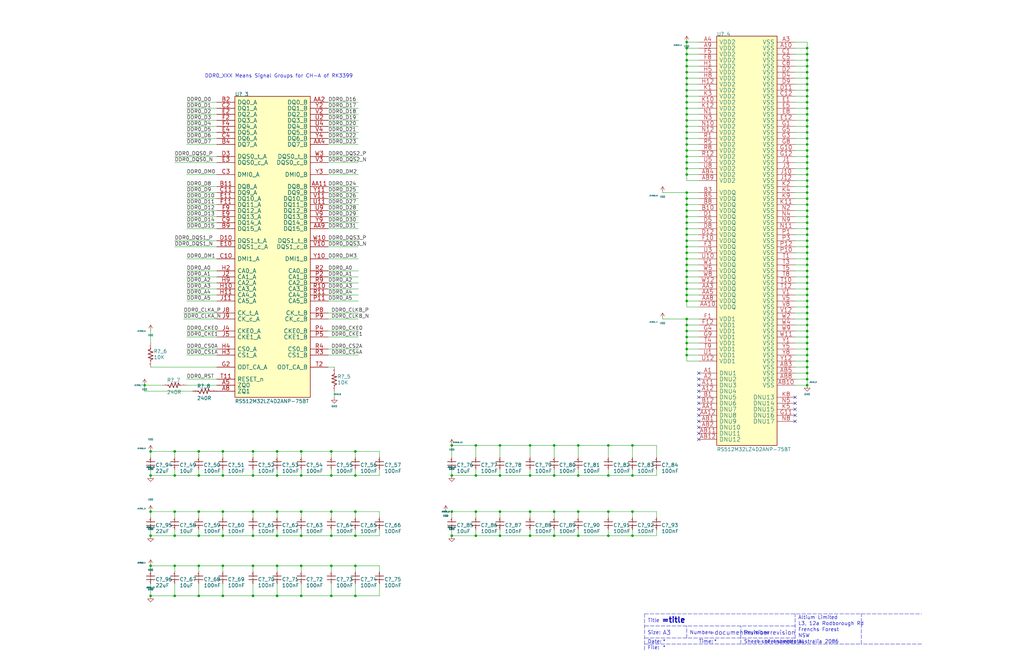
<source format=kicad_sch>
(kicad_sch (version 20211123) (generator eeschema)
  (paper "B")
  (title_block (title "Sheet2-SchDoc") (date "14 03 2023"))
  (junction (at 340.36 43.18))
  (junction (at 289.56 50.8))
  (junction (at 340.36 88.9))
  (junction (at 289.56 93.98))
  (junction (at 340.36 144.78))
  (junction (at 289.56 119.38))
  (junction (at 340.36 154.94))
  (junction (at 256.54 200.66))
  (junction (at 139.7 200.66))
  (junction (at 289.56 71.12))
  (junction (at 289.56 45.72))
  (junction (at 289.56 144.78))
  (junction (at 289.56 127))
  (junction (at 289.56 25.4))
  (junction (at 289.56 22.86))
  (junction (at 73.66 200.66))
  (junction (at 73.66 238.76))
  (junction (at 289.56 48.26))
  (junction (at 340.36 78.74))
  (junction (at 243.84 215.9))
  (junction (at 340.36 137.16))
  (junction (at 289.56 60.96))
  (junction (at 93.98 238.76))
  (junction (at 289.56 81.28))
  (junction (at 190.5 187.96))
  (junction (at 340.36 50.8))
  (junction (at 116.84 238.76))
  (junction (at 93.98 215.9))
  (junction (at 139.7 190.5))
  (junction (at 340.36 104.14))
  (junction (at 340.36 160.02))
  (junction (at 289.56 35.56))
  (junction (at 289.56 142.24))
  (junction (at 266.7 226.06))
  (junction (at 116.84 200.66))
  (junction (at 340.36 35.56))
  (junction (at 93.98 200.66))
  (junction (at 233.68 215.9))
  (junction (at 223.52 200.66))
  (junction (at 127 215.9))
  (junction (at 289.56 91.44))
  (junction (at 139.7 215.9))
  (junction (at 149.86 251.46))
  (junction (at 340.36 30.48))
  (junction (at 106.68 215.9))
  (junction (at 340.36 68.58))
  (junction (at 289.56 124.46))
  (junction (at 106.68 200.66))
  (junction (at 210.82 187.96))
  (junction (at 340.36 33.02))
  (junction (at 289.56 83.82))
  (junction (at 340.36 20.32))
  (junction (at 210.82 200.66))
  (junction (at 289.56 27.94))
  (junction (at 200.66 226.06))
  (junction (at 340.36 45.72))
  (junction (at 289.56 149.86))
  (junction (at 289.56 109.22))
  (junction (at 340.36 93.98))
  (junction (at 340.36 40.64))
  (junction (at 73.66 215.9))
  (junction (at 73.66 226.06))
  (junction (at 149.86 215.9))
  (junction (at 106.68 238.76))
  (junction (at 289.56 137.16))
  (junction (at 106.68 226.06))
  (junction (at 289.56 17.78))
  (junction (at 289.56 43.18))
  (junction (at 83.82 226.06))
  (junction (at 83.82 200.66))
  (junction (at 60.96 162.56))
  (junction (at 83.82 238.76))
  (junction (at 200.66 187.96))
  (junction (at 340.36 142.24))
  (junction (at 127 200.66))
  (junction (at 127 238.76))
  (junction (at 93.98 226.06))
  (junction (at 223.52 226.06))
  (junction (at 233.68 200.66))
  (junction (at 340.36 96.52))
  (junction (at 289.56 121.92))
  (junction (at 289.56 55.88))
  (junction (at 116.84 251.46))
  (junction (at 256.54 226.06))
  (junction (at 210.82 226.06))
  (junction (at 73.66 251.46))
  (junction (at 289.56 111.76))
  (junction (at 340.36 99.06))
  (junction (at 289.56 116.84))
  (junction (at 266.7 200.66))
  (junction (at 139.7 251.46))
  (junction (at 127 251.46))
  (junction (at 190.5 226.06))
  (junction (at 340.36 157.48))
  (junction (at 256.54 187.96))
  (junction (at 116.84 226.06))
  (junction (at 289.56 58.42))
  (junction (at 340.36 91.44))
  (junction (at 149.86 226.06))
  (junction (at 289.56 106.68))
  (junction (at 63.5 200.66))
  (junction (at 139.7 238.76))
  (junction (at 340.36 60.96))
  (junction (at 63.5 190.5))
  (junction (at 340.36 83.82))
  (junction (at 93.98 251.46))
  (junction (at 149.86 238.76))
  (junction (at 289.56 114.3))
  (junction (at 289.56 33.02))
  (junction (at 243.84 226.06))
  (junction (at 340.36 73.66))
  (junction (at 243.84 187.96))
  (junction (at 340.36 48.26))
  (junction (at 289.56 96.52))
  (junction (at 139.7 226.06))
  (junction (at 106.68 251.46))
  (junction (at 289.56 40.64))
  (junction (at 289.56 139.7))
  (junction (at 340.36 81.28))
  (junction (at 340.36 109.22))
  (junction (at 340.36 134.62))
  (junction (at 233.68 187.96))
  (junction (at 210.82 215.9))
  (junction (at 83.82 190.5))
  (junction (at 243.84 200.66))
  (junction (at 256.54 215.9))
  (junction (at 116.84 190.5))
  (junction (at 289.56 104.14))
  (junction (at 340.36 124.46))
  (junction (at 289.56 101.6))
  (junction (at 340.36 129.54))
  (junction (at 266.7 215.9))
  (junction (at 149.86 190.5))
  (junction (at 340.36 116.84))
  (junction (at 289.56 68.58))
  (junction (at 340.36 114.3))
  (junction (at 340.36 25.4))
  (junction (at 340.36 132.08))
  (junction (at 63.5 226.06))
  (junction (at 106.68 190.5))
  (junction (at 340.36 63.5))
  (junction (at 190.5 200.66))
  (junction (at 93.98 190.5))
  (junction (at 289.56 66.04))
  (junction (at 340.36 27.94))
  (junction (at 340.36 139.7))
  (junction (at 340.36 71.12))
  (junction (at 289.56 38.1))
  (junction (at 200.66 200.66))
  (junction (at 149.86 200.66))
  (junction (at 340.36 152.4))
  (junction (at 223.52 215.9))
  (junction (at 233.68 226.06))
  (junction (at 73.66 190.5))
  (junction (at 200.66 215.9))
  (junction (at 289.56 73.66))
  (junction (at 340.36 38.1))
  (junction (at 63.5 238.76))
  (junction (at 340.36 162.56))
  (junction (at 340.36 76.2))
  (junction (at 289.56 30.48))
  (junction (at 340.36 106.68))
  (junction (at 190.5 215.9))
  (junction (at 340.36 22.86))
  (junction (at 289.56 53.34))
  (junction (at 63.5 251.46))
  (junction (at 340.36 111.76))
  (junction (at 266.7 187.96))
  (junction (at 340.36 121.92))
  (junction (at 127 226.06))
  (junction (at 289.56 88.9))
  (junction (at 340.36 66.04))
  (junction (at 340.36 101.6))
  (junction (at 340.36 86.36))
  (junction (at 340.36 127))
  (junction (at 116.84 215.9))
  (junction (at 340.36 119.38))
  (junction (at 340.36 149.86))
  (junction (at 289.56 20.32))
  (junction (at 340.36 58.42))
  (junction (at 289.56 134.62))
  (junction (at 289.56 99.06))
  (junction (at 223.52 187.96))
  (junction (at 289.56 63.5))
  (junction (at 63.5 215.9))
  (junction (at 127 190.5))
  (junction (at 340.36 147.32))
  (junction (at 83.82 251.46))
  (junction (at 83.82 215.9))
  (junction (at 340.36 53.34))
  (junction (at 289.56 86.36))
  (junction (at 340.36 55.88))
  (junction (at 289.56 147.32))
  (no_connect (at 294.64 180.34))
  (no_connect (at 335.28 172.72))
  (no_connect (at 294.64 160.02))
  (no_connect (at 294.64 157.48))
  (no_connect (at 335.28 170.18))
  (no_connect (at 294.64 170.18))
  (no_connect (at 294.64 185.42))
  (no_connect (at 294.64 172.72))
  (no_connect (at 294.64 177.8))
  (no_connect (at 294.64 165.1))
  (no_connect (at 294.64 167.64))
  (no_connect (at 335.28 177.8))
  (no_connect (at 294.64 175.26))
  (no_connect (at 335.28 175.26))
  (no_connect (at 335.28 167.64))
  (no_connect (at 294.64 182.88))
  (no_connect (at 294.64 162.56))
  (wire (pts (xy 340.36 71.12) (xy 340.36 68.58)))
  (wire (pts (xy 63.5 226.06) (xy 63.5 223.52)))
  (wire (pts (xy 276.86 218.44) (xy 276.86 215.9)))
  (wire (pts (xy 138.43 86.36) (xy 151.13 86.36)))
  (wire (pts (xy 276.86 215.9) (xy 266.7 215.9)))
  (wire (pts (xy 294.64 55.88) (xy 289.56 55.88)))
  (wire (pts (xy 223.52 218.44) (xy 223.52 215.9)))
  (wire (pts (xy 78.74 50.8) (xy 91.44 50.8)))
  (wire (pts (xy 73.66 101.6) (xy 91.44 101.6)))
  (wire (pts (xy 335.28 121.92) (xy 340.36 121.92)))
  (wire (pts (xy 340.36 63.5) (xy 340.36 60.96)))
  (wire (pts (xy 243.84 215.9) (xy 233.68 215.9)))
  (wire (pts (xy 335.28 76.2) (xy 340.36 76.2)))
  (wire (pts (xy 83.82 215.9) (xy 73.66 215.9)))
  (wire (pts (xy 160.02 251.46) (xy 149.86 251.46)))
  (wire (pts (xy 294.64 152.4) (xy 289.56 152.4)))
  (wire (pts (xy 335.28 101.6) (xy 340.36 101.6)))
  (wire (pts (xy 138.43 132.08) (xy 151.13 132.08)))
  (wire (pts (xy 289.56 53.34) (xy 289.56 50.8)))
  (wire (pts (xy 78.74 149.86) (xy 91.44 149.86)))
  (wire (pts (xy 78.74 53.34) (xy 91.44 53.34)))
  (wire (pts (xy 266.7 198.12) (xy 266.7 200.66)))
  (wire (pts (xy 83.82 190.5) (xy 73.66 190.5)))
  (wire (pts (xy 340.36 111.76) (xy 340.36 109.22)))
  (wire (pts (xy 116.84 246.38) (xy 116.84 251.46)))
  (wire (pts (xy 223.52 198.12) (xy 223.52 200.66)))
  (wire (pts (xy 73.66 200.66) (xy 63.5 200.66)))
  (wire (pts (xy 77.47 132.08) (xy 91.44 132.08)))
  (wire (pts (xy 340.36 83.82) (xy 340.36 81.28)))
  (wire (pts (xy 139.7 223.52) (xy 139.7 226.06)))
  (wire (pts (xy 294.64 109.22) (xy 289.56 109.22)))
  (wire (pts (xy 78.74 160.02) (xy 91.44 160.02)))
  (wire (pts (xy 149.86 200.66) (xy 139.7 200.66)))
  (wire (pts (xy 127 223.52) (xy 127 226.06)))
  (wire (pts (xy 294.64 149.86) (xy 289.56 149.86)))
  (wire (pts (xy 210.82 200.66) (xy 200.66 200.66)))
  (wire (pts (xy 340.36 114.3) (xy 340.36 111.76)))
  (wire (pts (xy 340.36 99.06) (xy 340.36 96.52)))
  (wire (pts (xy 210.82 198.12) (xy 210.82 200.66)))
  (polyline (pts (xy 388.62 271.78) (xy 363.22 271.78)))
  (wire (pts (xy 139.7 246.38) (xy 139.7 251.46)))
  (wire (pts (xy 200.66 215.9) (xy 190.5 215.9)))
  (wire (pts (xy 138.43 93.98) (xy 151.13 93.98)))
  (wire (pts (xy 139.7 241.3) (xy 139.7 238.76)))
  (wire (pts (xy 266.7 187.96) (xy 256.54 187.96)))
  (wire (pts (xy 289.56 93.98) (xy 289.56 91.44)))
  (wire (pts (xy 63.5 200.66) (xy 63.5 198.12)))
  (wire (pts (xy 294.64 30.48) (xy 289.56 30.48)))
  (wire (pts (xy 335.28 127) (xy 340.36 127)))
  (wire (pts (xy 335.28 160.02) (xy 340.36 160.02)))
  (wire (pts (xy 289.56 149.86) (xy 289.56 147.32)))
  (wire (pts (xy 139.7 200.66) (xy 127 200.66)))
  (wire (pts (xy 200.66 193.04) (xy 200.66 187.96)))
  (wire (pts (xy 340.36 66.04) (xy 340.36 63.5)))
  (wire (pts (xy 78.74 127) (xy 91.44 127)))
  (wire (pts (xy 83.82 241.3) (xy 83.82 238.76)))
  (wire (pts (xy 335.28 104.14) (xy 340.36 104.14)))
  (polyline (pts (xy 271.78 271.78) (xy 363.22 271.78)))
  (polyline (pts (xy 335.28 271.78) (xy 335.28 259.08)))
  (wire (pts (xy 127 190.5) (xy 116.84 190.5)))
  (wire (pts (xy 289.56 25.4) (xy 289.56 22.86)))
  (wire (pts (xy 138.43 96.52) (xy 151.13 96.52)))
  (wire (pts (xy 289.56 83.82) (xy 289.56 81.28)))
  (wire (pts (xy 340.36 17.78) (xy 335.28 17.78)))
  (wire (pts (xy 149.86 241.3) (xy 149.86 238.76)))
  (wire (pts (xy 68.58 162.56) (xy 60.96 162.56)))
  (wire (pts (xy 190.5 226.06) (xy 190.5 223.52)))
  (wire (pts (xy 78.74 109.22) (xy 91.44 109.22)))
  (wire (pts (xy 294.64 66.04) (xy 289.56 66.04)))
  (wire (pts (xy 289.56 142.24) (xy 289.56 139.7)))
  (wire (pts (xy 335.28 111.76) (xy 340.36 111.76)))
  (wire (pts (xy 116.84 193.04) (xy 116.84 190.5)))
  (wire (pts (xy 335.28 38.1) (xy 340.36 38.1)))
  (polyline (pts (xy 289.56 269.24) (xy 289.56 264.16)))
  (wire (pts (xy 160.02 223.52) (xy 160.02 226.06)))
  (wire (pts (xy 138.43 147.32) (xy 151.13 147.32)))
  (wire (pts (xy 73.66 246.38) (xy 73.66 251.46)))
  (wire (pts (xy 340.36 81.28) (xy 340.36 78.74)))
  (wire (pts (xy 335.28 30.48) (xy 340.36 30.48)))
  (wire (pts (xy 160.02 246.38) (xy 160.02 251.46)))
  (wire (pts (xy 340.36 58.42) (xy 340.36 55.88)))
  (wire (pts (xy 138.43 45.72) (xy 151.13 45.72)))
  (wire (pts (xy 289.56 99.06) (xy 289.56 96.52)))
  (wire (pts (xy 289.56 45.72) (xy 289.56 43.18)))
  (wire (pts (xy 335.28 81.28) (xy 340.36 81.28)))
  (wire (pts (xy 340.36 124.46) (xy 340.36 121.92)))
  (wire (pts (xy 335.28 55.88) (xy 340.36 55.88)))
  (wire (pts (xy 294.64 71.12) (xy 289.56 71.12)))
  (wire (pts (xy 83.82 226.06) (xy 73.66 226.06)))
  (wire (pts (xy 73.66 193.04) (xy 73.66 190.5)))
  (wire (pts (xy 294.64 22.86) (xy 289.56 22.86)))
  (wire (pts (xy 149.86 223.52) (xy 149.86 226.06)))
  (wire (pts (xy 294.64 91.44) (xy 289.56 91.44)))
  (wire (pts (xy 289.56 68.58) (xy 289.56 66.04)))
  (wire (pts (xy 160.02 200.66) (xy 149.86 200.66)))
  (wire (pts (xy 190.5 218.44) (xy 190.5 215.9)))
  (wire (pts (xy 289.56 124.46) (xy 289.56 121.92)))
  (wire (pts (xy 83.82 218.44) (xy 83.82 215.9)))
  (wire (pts (xy 78.74 45.72) (xy 91.44 45.72)))
  (wire (pts (xy 78.74 78.74) (xy 91.44 78.74)))
  (wire (pts (xy 340.36 104.14) (xy 340.36 101.6)))
  (wire (pts (xy 289.56 50.8) (xy 289.56 48.26)))
  (wire (pts (xy 78.74 60.96) (xy 91.44 60.96)))
  (wire (pts (xy 160.02 238.76) (xy 149.86 238.76)))
  (wire (pts (xy 138.43 81.28) (xy 151.13 81.28)))
  (wire (pts (xy 63.5 144.78) (xy 63.5 139.7)))
  (wire (pts (xy 138.43 91.44) (xy 151.13 91.44)))
  (wire (pts (xy 106.68 193.04) (xy 106.68 190.5)))
  (wire (pts (xy 149.86 193.04) (xy 149.86 190.5)))
  (wire (pts (xy 340.36 35.56) (xy 340.36 33.02)))
  (wire (pts (xy 289.56 106.68) (xy 289.56 104.14)))
  (wire (pts (xy 127 193.04) (xy 127 190.5)))
  (wire (pts (xy 139.7 218.44) (xy 139.7 215.9)))
  (wire (pts (xy 340.36 93.98) (xy 340.36 91.44)))
  (wire (pts (xy 294.64 93.98) (xy 289.56 93.98)))
  (wire (pts (xy 276.86 200.66) (xy 266.7 200.66)))
  (wire (pts (xy 294.64 76.2) (xy 289.56 76.2)))
  (wire (pts (xy 78.74 162.56) (xy 91.44 162.56)))
  (wire (pts (xy 233.68 215.9) (xy 223.52 215.9)))
  (wire (pts (xy 294.64 114.3) (xy 289.56 114.3)))
  (wire (pts (xy 289.56 76.2) (xy 289.56 73.66)))
  (wire (pts (xy 294.64 144.78) (xy 289.56 144.78)))
  (wire (pts (xy 335.28 114.3) (xy 340.36 114.3)))
  (wire (pts (xy 340.36 55.88) (xy 340.36 53.34)))
  (wire (pts (xy 289.56 144.78) (xy 289.56 142.24)))
  (wire (pts (xy 276.86 226.06) (xy 266.7 226.06)))
  (wire (pts (xy 190.5 200.66) (xy 190.5 198.12)))
  (wire (pts (xy 335.28 27.94) (xy 340.36 27.94)))
  (wire (pts (xy 335.28 43.18) (xy 340.36 43.18)))
  (wire (pts (xy 106.68 190.5) (xy 93.98 190.5)))
  (wire (pts (xy 335.28 40.64) (xy 340.36 40.64)))
  (wire (pts (xy 78.74 124.46) (xy 91.44 124.46)))
  (wire (pts (xy 335.28 50.8) (xy 340.36 50.8)))
  (wire (pts (xy 210.82 226.06) (xy 200.66 226.06)))
  (wire (pts (xy 289.56 38.1) (xy 289.56 35.56)))
  (wire (pts (xy 335.28 25.4) (xy 340.36 25.4)))
  (wire (pts (xy 289.56 127) (xy 289.56 124.46)))
  (wire (pts (xy 266.7 226.06) (xy 256.54 226.06)))
  (wire (pts (xy 243.84 187.96) (xy 233.68 187.96)))
  (wire (pts (xy 294.64 33.02) (xy 289.56 33.02)))
  (wire (pts (xy 149.86 251.46) (xy 139.7 251.46)))
  (wire (pts (xy 289.56 121.92) (xy 289.56 119.38)))
  (wire (pts (xy 138.43 101.6) (xy 151.13 101.6)))
  (wire (pts (xy 63.5 238.76) (xy 63.5 241.3)))
  (wire (pts (xy 335.28 139.7) (xy 340.36 139.7)))
  (wire (pts (xy 335.28 132.08) (xy 340.36 132.08)))
  (wire (pts (xy 243.84 218.44) (xy 243.84 215.9)))
  (wire (pts (xy 340.36 157.48) (xy 340.36 154.94)))
  (wire (pts (xy 289.56 91.44) (xy 289.56 88.9)))
  (wire (pts (xy 63.5 251.46) (xy 63.5 246.38)))
  (wire (pts (xy 340.36 45.72) (xy 340.36 43.18)))
  (wire (pts (xy 289.56 60.96) (xy 289.56 58.42)))
  (wire (pts (xy 335.28 68.58) (xy 340.36 68.58)))
  (wire (pts (xy 83.82 246.38) (xy 83.82 251.46)))
  (wire (pts (xy 335.28 20.32) (xy 340.36 20.32)))
  (wire (pts (xy 60.96 165.1) (xy 81.28 165.1)))
  (wire (pts (xy 294.64 43.18) (xy 289.56 43.18)))
  (wire (pts (xy 93.98 251.46) (xy 83.82 251.46)))
  (wire (pts (xy 116.84 251.46) (xy 106.68 251.46)))
  (wire (pts (xy 93.98 241.3) (xy 93.98 238.76)))
  (wire (pts (xy 340.36 149.86) (xy 340.36 147.32)))
  (wire (pts (xy 289.56 66.04) (xy 289.56 63.5)))
  (wire (pts (xy 289.56 27.94) (xy 289.56 25.4)))
  (wire (pts (xy 106.68 241.3) (xy 106.68 238.76)))
  (wire (pts (xy 340.36 73.66) (xy 340.36 71.12)))
  (wire (pts (xy 289.56 114.3) (xy 289.56 111.76)))
  (wire (pts (xy 160.02 218.44) (xy 160.02 215.9)))
  (wire (pts (xy 127 226.06) (xy 116.84 226.06)))
  (wire (pts (xy 294.64 40.64) (xy 289.56 40.64)))
  (wire (pts (xy 223.52 226.06) (xy 210.82 226.06)))
  (wire (pts (xy 138.43 68.58) (xy 151.13 68.58)))
  (wire (pts (xy 340.36 119.38) (xy 340.36 116.84)))
  (wire (pts (xy 340.36 137.16) (xy 340.36 134.62)))
  (wire (pts (xy 149.86 198.12) (xy 149.86 200.66)))
  (wire (pts (xy 116.84 198.12) (xy 116.84 200.66)))
  (wire (pts (xy 335.28 162.56) (xy 340.36 162.56)))
  (wire (pts (xy 223.52 193.04) (xy 223.52 187.96)))
  (wire (pts (xy 340.36 48.26) (xy 340.36 45.72)))
  (wire (pts (xy 340.36 96.52) (xy 340.36 93.98)))
  (wire (pts (xy 340.36 86.36) (xy 340.36 83.82)))
  (wire (pts (xy 340.36 40.64) (xy 340.36 38.1)))
  (wire (pts (xy 340.36 144.78) (xy 340.36 142.24)))
  (wire (pts (xy 138.43 60.96) (xy 151.13 60.96)))
  (wire (pts (xy 139.7 251.46) (xy 127 251.46)))
  (wire (pts (xy 335.28 86.36) (xy 340.36 86.36)))
  (wire (pts (xy 335.28 152.4) (xy 340.36 152.4)))
  (wire (pts (xy 93.98 190.5) (xy 83.82 190.5)))
  (wire (pts (xy 127 246.38) (xy 127 251.46)))
  (wire (pts (xy 276.86 193.04) (xy 276.86 187.96)))
  (wire (pts (xy 160.02 226.06) (xy 149.86 226.06)))
  (wire (pts (xy 256.54 193.04) (xy 256.54 187.96)))
  (wire (pts (xy 127 215.9) (xy 116.84 215.9)))
  (wire (pts (xy 138.43 119.38) (xy 151.13 119.38)))
  (wire (pts (xy 93.98 193.04) (xy 93.98 190.5)))
  (wire (pts (xy 138.43 116.84) (xy 151.13 116.84)))
  (wire (pts (xy 138.43 139.7) (xy 151.13 139.7)))
  (wire (pts (xy 289.56 35.56) (xy 289.56 33.02)))
  (wire (pts (xy 139.7 190.5) (xy 127 190.5)))
  (wire (pts (xy 138.43 83.82) (xy 151.13 83.82)))
  (wire (pts (xy 106.68 226.06) (xy 93.98 226.06)))
  (wire (pts (xy 335.28 71.12) (xy 340.36 71.12)))
  (wire (pts (xy 138.43 127) (xy 151.13 127)))
  (wire (pts (xy 294.64 121.92) (xy 289.56 121.92)))
  (wire (pts (xy 210.82 193.04) (xy 210.82 187.96)))
  (wire (pts (xy 190.5 215.9) (xy 187.96 215.9)))
  (wire (pts (xy 294.64 58.42) (xy 289.56 58.42)))
  (wire (pts (xy 289.56 40.64) (xy 289.56 38.1)))
  (wire (pts (xy 127 218.44) (xy 127 215.9)))
  (wire (pts (xy 78.74 116.84) (xy 91.44 116.84)))
  (wire (pts (xy 149.86 246.38) (xy 149.86 251.46)))
  (wire (pts (xy 138.43 73.66) (xy 151.13 73.66)))
  (wire (pts (xy 335.28 35.56) (xy 340.36 35.56)))
  (wire (pts (xy 340.36 76.2) (xy 340.36 73.66)))
  (wire (pts (xy 210.82 215.9) (xy 200.66 215.9)))
  (wire (pts (xy 294.64 137.16) (xy 289.56 137.16)))
  (wire (pts (xy 160.02 190.5) (xy 149.86 190.5)))
  (wire (pts (xy 340.36 20.32) (xy 340.36 17.78)))
  (wire (pts (xy 294.64 48.26) (xy 289.56 48.26)))
  (wire (pts (xy 335.28 134.62) (xy 340.36 134.62)))
  (wire (pts (xy 116.84 226.06) (xy 106.68 226.06)))
  (wire (pts (xy 289.56 86.36) (xy 289.56 83.82)))
  (wire (pts (xy 223.52 223.52) (xy 223.52 226.06)))
  (wire (pts (xy 116.84 200.66) (xy 106.68 200.66)))
  (wire (pts (xy 256.54 223.52) (xy 256.54 226.06)))
  (wire (pts (xy 256.54 198.12) (xy 256.54 200.66)))
  (wire (pts (xy 340.36 147.32) (xy 340.36 144.78)))
  (wire (pts (xy 340.36 116.84) (xy 340.36 114.3)))
  (wire (pts (xy 294.64 53.34) (xy 289.56 53.34)))
  (wire (pts (xy 233.68 198.12) (xy 233.68 200.66)))
  (wire (pts (xy 294.64 25.4) (xy 289.56 25.4)))
  (wire (pts (xy 294.64 63.5) (xy 289.56 63.5)))
  (wire (pts (xy 78.74 142.24) (xy 91.44 142.24)))
  (wire (pts (xy 335.28 96.52) (xy 340.36 96.52)))
  (wire (pts (xy 289.56 129.54) (xy 289.56 127)))
  (wire (pts (xy 335.28 154.94) (xy 340.36 154.94)))
  (wire (pts (xy 335.28 48.26) (xy 340.36 48.26)))
  (wire (pts (xy 78.74 58.42) (xy 91.44 58.42)))
  (wire (pts (xy 340.36 152.4) (xy 340.36 149.86)))
  (wire (pts (xy 289.56 101.6) (xy 289.56 99.06)))
  (wire (pts (xy 149.86 238.76) (xy 139.7 238.76)))
  (wire (pts (xy 289.56 20.32) (xy 289.56 17.78)))
  (wire (pts (xy 78.74 86.36) (xy 91.44 86.36)))
  (wire (pts (xy 93.98 223.52) (xy 93.98 226.06)))
  (wire (pts (xy 78.74 91.44) (xy 91.44 91.44)))
  (wire (pts (xy 340.36 78.74) (xy 340.36 76.2)))
  (wire (pts (xy 83.82 238.76) (xy 73.66 238.76)))
  (wire (pts (xy 160.02 198.12) (xy 160.02 200.66)))
  (polyline (pts (xy 363.22 271.78) (xy 363.22 259.08)))
  (wire (pts (xy 294.64 35.56) (xy 289.56 35.56)))
  (wire (pts (xy 340.36 154.94) (xy 340.36 152.4)))
  (wire (pts (xy 294.64 129.54) (xy 289.56 129.54)))
  (wire (pts (xy 233.68 193.04) (xy 233.68 187.96)))
  (wire (pts (xy 138.43 104.14) (xy 151.13 104.14)))
  (wire (pts (xy 223.52 215.9) (xy 210.82 215.9)))
  (wire (pts (xy 335.28 58.42) (xy 340.36 58.42)))
  (wire (pts (xy 210.82 187.96) (xy 200.66 187.96)))
  (wire (pts (xy 335.28 116.84) (xy 340.36 116.84)))
  (wire (pts (xy 138.43 109.22) (xy 151.13 109.22)))
  (wire (pts (xy 276.86 198.12) (xy 276.86 200.66)))
  (wire (pts (xy 256.54 226.06) (xy 243.84 226.06)))
  (wire (pts (xy 160.02 241.3) (xy 160.02 238.76)))
  (wire (pts (xy 335.28 142.24) (xy 340.36 142.24)))
  (wire (pts (xy 289.56 119.38) (xy 289.56 116.84)))
  (wire (pts (xy 106.68 251.46) (xy 93.98 251.46)))
  (wire (pts (xy 340.36 38.1) (xy 340.36 35.56)))
  (wire (pts (xy 294.64 127) (xy 289.56 127)))
  (wire (pts (xy 340.36 160.02) (xy 340.36 157.48)))
  (wire (pts (xy 93.98 218.44) (xy 93.98 215.9)))
  (wire (pts (xy 340.36 60.96) (xy 340.36 58.42)))
  (wire (pts (xy 340.36 25.4) (xy 340.36 22.86)))
  (wire (pts (xy 93.98 246.38) (xy 93.98 251.46)))
  (wire (pts (xy 294.64 73.66) (xy 289.56 73.66)))
  (wire (pts (xy 106.68 215.9) (xy 93.98 215.9)))
  (wire (pts (xy 210.82 218.44) (xy 210.82 215.9)))
  (wire (pts (xy 289.56 134.62) (xy 279.4 134.62)))
  (wire (pts (xy 289.56 104.14) (xy 289.56 101.6)))
  (wire (pts (xy 256.54 200.66) (xy 243.84 200.66)))
  (wire (pts (xy 116.84 223.52) (xy 116.84 226.06)))
  (wire (pts (xy 289.56 81.28) (xy 294.64 81.28)))
  (wire (pts (xy 223.52 200.66) (xy 210.82 200.66)))
  (wire (pts (xy 83.82 200.66) (xy 73.66 200.66)))
  (wire (pts (xy 289.56 88.9) (xy 289.56 86.36)))
  (wire (pts (xy 138.43 124.46) (xy 151.13 124.46)))
  (wire (pts (xy 289.56 30.48) (xy 289.56 27.94)))
  (wire (pts (xy 73.66 198.12) (xy 73.66 200.66)))
  (wire (pts (xy 233.68 187.96) (xy 223.52 187.96)))
  (wire (pts (xy 340.36 43.18) (xy 340.36 40.64)))
  (wire (pts (xy 138.43 48.26) (xy 151.13 48.26)))
  (wire (pts (xy 266.7 223.52) (xy 266.7 226.06)))
  (wire (pts (xy 73.66 238.76) (xy 63.5 238.76)))
  (wire (pts (xy 289.56 109.22) (xy 289.56 106.68)))
  (wire (pts (xy 340.36 162.56) (xy 340.36 160.02)))
  (wire (pts (xy 340.36 132.08) (xy 340.36 129.54)))
  (wire (pts (xy 78.74 114.3) (xy 91.44 114.3)))
  (wire (pts (xy 335.28 91.44) (xy 340.36 91.44)))
  (wire (pts (xy 335.28 63.5) (xy 340.36 63.5)))
  (wire (pts (xy 266.7 200.66) (xy 256.54 200.66)))
  (wire (pts (xy 63.5 215.9) (xy 63.5 218.44)))
  (polyline (pts (xy 335.28 269.24) (xy 271.78 269.24)))
  (wire (pts (xy 73.66 251.46) (xy 63.5 251.46)))
  (wire (pts (xy 160.02 215.9) (xy 149.86 215.9)))
  (wire (pts (xy 294.64 27.94) (xy 289.56 27.94)))
  (wire (pts (xy 200.66 218.44) (xy 200.66 215.9)))
  (wire (pts (xy 335.28 99.06) (xy 340.36 99.06)))
  (wire (pts (xy 335.28 109.22) (xy 340.36 109.22)))
  (wire (pts (xy 73.66 215.9) (xy 63.5 215.9)))
  (wire (pts (xy 78.74 83.82) (xy 91.44 83.82)))
  (wire (pts (xy 340.36 109.22) (xy 340.36 106.68)))
  (wire (pts (xy 335.28 83.82) (xy 340.36 83.82)))
  (wire (pts (xy 294.64 111.76) (xy 289.56 111.76)))
  (wire (pts (xy 335.28 73.66) (xy 340.36 73.66)))
  (wire (pts (xy 335.28 157.48) (xy 340.36 157.48)))
  (wire (pts (xy 243.84 226.06) (xy 233.68 226.06)))
  (wire (pts (xy 138.43 149.86) (xy 151.13 149.86)))
  (polyline (pts (xy 271.78 259.08) (xy 363.22 259.08)))
  (wire (pts (xy 340.36 22.86) (xy 340.36 20.32)))
  (wire (pts (xy 289.56 139.7) (xy 289.56 137.16)))
  (wire (pts (xy 340.36 68.58) (xy 340.36 66.04)))
  (wire (pts (xy 138.43 53.34) (xy 151.13 53.34)))
  (wire (pts (xy 233.68 200.66) (xy 223.52 200.66)))
  (wire (pts (xy 289.56 152.4) (xy 289.56 149.86)))
  (wire (pts (xy 276.86 223.52) (xy 276.86 226.06)))
  (wire (pts (xy 106.68 246.38) (xy 106.68 251.46)))
  (wire (pts (xy 93.98 238.76) (xy 83.82 238.76)))
  (wire (pts (xy 340.36 27.94) (xy 340.36 25.4)))
  (wire (pts (xy 149.86 190.5) (xy 139.7 190.5)))
  (wire (pts (xy 294.64 119.38) (xy 289.56 119.38)))
  (wire (pts (xy 78.74 121.92) (xy 91.44 121.92)))
  (wire (pts (xy 200.66 226.06) (xy 190.5 226.06)))
  (wire (pts (xy 340.36 142.24) (xy 340.36 139.7)))
  (wire (pts (xy 116.84 215.9) (xy 106.68 215.9)))
  (wire (pts (xy 138.43 55.88) (xy 151.13 55.88)))
  (wire (pts (xy 149.86 226.06) (xy 139.7 226.06)))
  (wire (pts (xy 335.28 119.38) (xy 340.36 119.38)))
  (wire (pts (xy 340.36 139.7) (xy 340.36 137.16)))
  (wire (pts (xy 73.66 104.14) (xy 91.44 104.14)))
  (wire (pts (xy 340.36 106.68) (xy 340.36 104.14)))
  (wire (pts (xy 73.66 66.04) (xy 91.44 66.04)))
  (wire (pts (xy 294.64 20.32) (xy 289.56 20.32)))
  (wire (pts (xy 78.74 73.66) (xy 91.44 73.66)))
  (wire (pts (xy 139.7 198.12) (xy 139.7 200.66)))
  (wire (pts (xy 266.7 215.9) (xy 256.54 215.9)))
  (wire (pts (xy 127 241.3) (xy 127 238.76)))
  (wire (pts (xy 294.64 38.1) (xy 289.56 38.1)))
  (wire (pts (xy 289.56 58.42) (xy 289.56 55.88)))
  (wire (pts (xy 335.28 22.86) (xy 340.36 22.86)))
  (wire (pts (xy 73.66 68.58) (xy 91.44 68.58)))
  (wire (pts (xy 294.64 106.68) (xy 289.56 106.68)))
  (wire (pts (xy 138.43 78.74) (xy 151.13 78.74)))
  (wire (pts (xy 127 238.76) (xy 116.84 238.76)))
  (wire (pts (xy 335.28 33.02) (xy 340.36 33.02)))
  (wire (pts (xy 139.7 238.76) (xy 127 238.76)))
  (wire (pts (xy 340.36 50.8) (xy 340.36 48.26)))
  (polyline (pts (xy 363.22 259.08) (xy 388.62 259.08)))
  (wire (pts (xy 289.56 71.12) (xy 289.56 68.58)))
  (wire (pts (xy 289.56 137.16) (xy 289.56 134.62)))
  (polyline (pts (xy 271.78 274.32) (xy 271.78 259.08)))
  (wire (pts (xy 335.28 137.16) (xy 340.36 137.16)))
  (wire (pts (xy 78.74 43.18) (xy 91.44 43.18)))
  (wire (pts (xy 289.56 33.02) (xy 289.56 30.48)))
  (wire (pts (xy 289.56 147.32) (xy 289.56 144.78)))
  (wire (pts (xy 200.66 198.12) (xy 200.66 200.66)))
  (wire (pts (xy 160.02 193.04) (xy 160.02 190.5)))
  (wire (pts (xy 138.43 154.94) (xy 140.97 154.94)))
  (wire (pts (xy 106.68 218.44) (xy 106.68 215.9)))
  (polyline (pts (xy 335.28 264.16) (xy 271.78 264.16)))
  (wire (pts (xy 340.36 121.92) (xy 340.36 119.38)))
  (wire (pts (xy 335.28 144.78) (xy 340.36 144.78)))
  (wire (pts (xy 289.56 116.84) (xy 289.56 114.3)))
  (wire (pts (xy 256.54 215.9) (xy 243.84 215.9)))
  (wire (pts (xy 243.84 200.66) (xy 233.68 200.66)))
  (wire (pts (xy 289.56 55.88) (xy 289.56 53.34)))
  (wire (pts (xy 78.74 119.38) (xy 91.44 119.38)))
  (wire (pts (xy 289.56 48.26) (xy 289.56 45.72)))
  (wire (pts (xy 60.96 162.56) (xy 60.96 165.1)))
  (wire (pts (xy 294.64 86.36) (xy 289.56 86.36)))
  (wire (pts (xy 200.66 200.66) (xy 190.5 200.66)))
  (wire (pts (xy 294.64 116.84) (xy 289.56 116.84)))
  (wire (pts (xy 340.36 134.62) (xy 340.36 132.08)))
  (wire (pts (xy 233.68 218.44) (xy 233.68 215.9)))
  (wire (pts (xy 279.4 81.28) (xy 289.56 81.28)))
  (wire (pts (xy 340.36 33.02) (xy 340.36 30.48)))
  (wire (pts (xy 73.66 226.06) (xy 63.5 226.06)))
  (wire (pts (xy 340.36 91.44) (xy 340.36 88.9)))
  (wire (pts (xy 335.28 147.32) (xy 340.36 147.32)))
  (wire (pts (xy 276.86 187.96) (xy 266.7 187.96)))
  (wire (pts (xy 243.84 193.04) (xy 243.84 187.96)))
  (wire (pts (xy 335.28 88.9) (xy 340.36 88.9)))
  (wire (pts (xy 340.36 30.48) (xy 340.36 27.94)))
  (wire (pts (xy 78.74 93.98) (xy 91.44 93.98)))
  (wire (pts (xy 77.47 134.62) (xy 91.44 134.62)))
  (wire (pts (xy 106.68 198.12) (xy 106.68 200.66)))
  (wire (pts (xy 127 251.46) (xy 116.84 251.46)))
  (wire (pts (xy 294.64 99.06) (xy 289.56 99.06)))
  (wire (pts (xy 73.66 218.44) (xy 73.66 215.9)))
  (wire (pts (xy 294.64 147.32) (xy 289.56 147.32)))
  (wire (pts (xy 294.64 83.82) (xy 289.56 83.82)))
  (polyline (pts (xy 312.42 271.78) (xy 312.42 264.16)))
  (wire (pts (xy 335.28 53.34) (xy 340.36 53.34)))
  (wire (pts (xy 93.98 198.12) (xy 93.98 200.66)))
  (wire (pts (xy 335.28 106.68) (xy 340.36 106.68)))
  (wire (pts (xy 138.43 114.3) (xy 151.13 114.3)))
  (wire (pts (xy 340.36 53.34) (xy 340.36 50.8)))
  (wire (pts (xy 335.28 60.96) (xy 340.36 60.96)))
  (wire (pts (xy 138.43 58.42) (xy 151.13 58.42)))
  (wire (pts (xy 78.74 48.26) (xy 91.44 48.26)))
  (wire (pts (xy 73.66 241.3) (xy 73.66 238.76)))
  (wire (pts (xy 340.36 129.54) (xy 340.36 127)))
  (wire (pts (xy 289.56 111.76) (xy 289.56 109.22)))
  (wire (pts (xy 210.82 223.52) (xy 210.82 226.06)))
  (wire (pts (xy 93.98 215.9) (xy 83.82 215.9)))
  (wire (pts (xy 340.36 88.9) (xy 340.36 86.36)))
  (wire (pts (xy 106.68 223.52) (xy 106.68 226.06)))
  (wire (pts (xy 294.64 124.46) (xy 289.56 124.46)))
  (wire (pts (xy 83.82 223.52) (xy 83.82 226.06)))
  (wire (pts (xy 78.74 147.32) (xy 91.44 147.32)))
  (wire (pts (xy 294.64 142.24) (xy 289.56 142.24)))
  (wire (pts (xy 335.28 45.72) (xy 340.36 45.72)))
  (wire (pts (xy 78.74 88.9) (xy 91.44 88.9)))
  (wire (pts (xy 243.84 223.52) (xy 243.84 226.06)))
  (wire (pts (xy 78.74 55.88) (xy 91.44 55.88)))
  (wire (pts (xy 243.84 198.12) (xy 243.84 200.66)))
  (wire (pts (xy 83.82 251.46) (xy 73.66 251.46)))
  (wire (pts (xy 335.28 129.54) (xy 340.36 129.54)))
  (wire (pts (xy 139.7 215.9) (xy 127 215.9)))
  (wire (pts (xy 93.98 200.66) (xy 83.82 200.66)))
  (wire (pts (xy 294.64 139.7) (xy 289.56 139.7)))
  (wire (pts (xy 106.68 200.66) (xy 93.98 200.66)))
  (wire (pts (xy 116.84 190.5) (xy 106.68 190.5)))
  (wire (pts (xy 289.56 63.5) (xy 289.56 60.96)))
  (wire (pts (xy 139.7 226.06) (xy 127 226.06)))
  (wire (pts (xy 138.43 66.04) (xy 151.13 66.04)))
  (wire (pts (xy 289.56 22.86) (xy 289.56 20.32)))
  (wire (pts (xy 266.7 218.44) (xy 266.7 215.9)))
  (wire (pts (xy 127 200.66) (xy 116.84 200.66)))
  (wire (pts (xy 233.68 223.52) (xy 233.68 226.06)))
  (wire (pts (xy 127 198.12) (xy 127 200.66)))
  (wire (pts (xy 233.68 226.06) (xy 223.52 226.06)))
  (wire (pts (xy 78.74 139.7) (xy 91.44 139.7)))
  (wire (pts (xy 116.84 241.3) (xy 116.84 238.76)))
  (wire (pts (xy 138.43 50.8) (xy 151.13 50.8)))
  (wire (pts (xy 256.54 187.96) (xy 243.84 187.96)))
  (wire (pts (xy 294.64 104.14) (xy 289.56 104.14)))
  (wire (pts (xy 294.64 96.52) (xy 289.56 96.52)))
  (wire (pts (xy 93.98 226.06) (xy 83.82 226.06)))
  (wire (pts (xy 138.43 121.92) (xy 151.13 121.92)))
  (wire (pts (xy 289.56 43.18) (xy 289.56 40.64)))
  (wire (pts (xy 335.28 93.98) (xy 340.36 93.98)))
  (wire (pts (xy 266.7 193.04) (xy 266.7 187.96)))
  (wire (pts (xy 294.64 45.72) (xy 289.56 45.72)))
  (wire (pts (xy 294.64 60.96) (xy 289.56 60.96)))
  (wire (pts (xy 106.68 238.76) (xy 93.98 238.76)))
  (wire (pts (xy 83.82 193.04) (xy 83.82 190.5)))
  (wire (pts (xy 63.5 190.5) (xy 63.5 193.04)))
  (wire (pts (xy 340.36 127) (xy 340.36 124.46)))
  (wire (pts (xy 335.28 66.04) (xy 340.36 66.04)))
  (wire (pts (xy 190.5 187.96) (xy 190.5 193.04)))
  (wire (pts (xy 294.64 50.8) (xy 289.56 50.8)))
  (wire (pts (xy 335.28 78.74) (xy 340.36 78.74)))
  (wire (pts (xy 340.36 101.6) (xy 340.36 99.06)))
  (wire (pts (xy 149.86 218.44) (xy 149.86 215.9)))
  (wire (pts (xy 116.84 238.76) (xy 106.68 238.76)))
  (wire (pts (xy 140.97 165.1) (xy 140.97 167.64)))
  (wire (pts (xy 256.54 218.44) (xy 256.54 215.9)))
  (wire (pts (xy 289.56 73.66) (xy 289.56 71.12)))
  (wire (pts (xy 138.43 134.62) (xy 151.13 134.62)))
  (wire (pts (xy 139.7 193.04) (xy 139.7 190.5)))
  (wire (pts (xy 73.66 190.5) (xy 63.5 190.5)))
  (wire (pts (xy 294.64 101.6) (xy 289.56 101.6)))
  (wire (pts (xy 91.44 154.94) (xy 63.5 154.94)))
  (wire (pts (xy 138.43 142.24) (xy 151.13 142.24)))
  (wire (pts (xy 294.64 68.58) (xy 289.56 68.58)))
  (wire (pts (xy 289.56 96.52) (xy 289.56 93.98)))
  (wire (pts (xy 78.74 81.28) (xy 91.44 81.28)))
  (wire (pts (xy 149.86 215.9) (xy 139.7 215.9)))
  (wire (pts (xy 294.64 88.9) (xy 289.56 88.9)))
  (wire (pts (xy 73.66 223.52) (xy 73.66 226.06)))
  (wire (pts (xy 335.28 124.46) (xy 340.36 124.46)))
  (wire (pts (xy 223.52 187.96) (xy 210.82 187.96)))
  (wire (pts (xy 289.56 17.78) (xy 294.64 17.78)))
  (wire (pts (xy 289.56 134.62) (xy 294.64 134.62)))
  (wire (pts (xy 138.43 88.9) (xy 151.13 88.9)))
  (wire (pts (xy 116.84 218.44) (xy 116.84 215.9)))
  (wire (pts (xy 200.66 223.52) (xy 200.66 226.06)))
  (wire (pts (xy 138.43 43.18) (xy 151.13 43.18)))
  (wire (pts (xy 83.82 198.12) (xy 83.82 200.66)))
  (wire (pts (xy 335.28 149.86) (xy 340.36 149.86)))
  (wire (pts (xy 200.66 187.96) (xy 190.5 187.96)))
  (wire (pts (xy 78.74 96.52) (xy 91.44 96.52)))
  (text "of" (at 322.326 271.78 0) (effects (font (size 1.524 1.524)) (justify left bottom)))
  (text "Time:" (at 294.64 271.78 0) (effects (font (size 1.524 1.524)) (justify left bottom)))
  (text "NSW" (at 336.55 269.24 0) (effects (font (size 1.524 1.524)) (justify left bottom)))
  (text "L3, 12a Rodborough Rd" (at 336.55 264.16 0) (effects (font (size 1.524 1.524)) (justify left bottom)))
  (text "A3" (at 279.4 268.224 0) (effects (font (size 1.8288 1.8288)) (justify left bottom)))
  (text "=sheettotal" (at 325.628 271.78 0) (effects (font (size 1.524 1.524)) (justify left bottom)))
  (text "Title" (at 273.05 262.89 0) (effects (font (size 1.524 1.524)) (justify left bottom)))
  (text "=sheetnumber" (at 319.024 271.78 0) (effects (font (size 1.524 1.524)) (justify left bottom)))
  (text "=documentnumber" (at 298.958 268.224 0) (effects (font (size 1.8288 1.8288)) (justify left bottom)))
  (text "Revision:" (at 313.69 267.97 0) (effects (font (size 1.524 1.524)) (justify left bottom)))
  (text "Frenchs Forest" (at 336.55 266.7 0) (effects (font (size 1.524 1.524)) (justify left bottom)))
  (text "=title" (at 278.892 263.144 0) (effects (font (size 2.286 2.286) (thickness 0.4572) bold) (justify left bottom)))
  (text "Sheet" (at 313.69 271.78 0) (effects (font (size 1.524 1.524)) (justify left bottom)))
  (text "Australia 2086" (at 336.55 271.78 0) (effects (font (size 1.524 1.524)) (justify left bottom)))
  (text "Date:" (at 273.05 271.78 0) (effects (font (size 1.524 1.524)) (justify left bottom)))
  (text "Altium Limited" (at 336.55 261.62 0) (effects (font (size 1.524 1.524)) (justify left bottom)))
  (text "*" (at 279.4 271.78 0) (effects (font (size 1.524 1.524)) (justify left bottom)))
  (text "Number:" (at 290.83 267.97 0) (effects (font (size 1.524 1.524)) (justify left bottom)))
  (text "DDR0_XXX Means Signal Groups for CH-A of RK3399" (at 86.36 33.02 0) (effects (font (size 1.524 1.524)) (justify left bottom)))
  (text "File:" (at 273.05 274.32 0) (effects (font (size 1.524 1.524)) (justify left bottom)))
  (text "*" (at 279.4 274.32 0) (effects (font (size 1.524 1.524)) (justify left bottom)))
  (text "=revision" (at 322.326 268.224 0) (effects (font (size 1.8288 1.8288)) (justify left bottom)))
  (text "Size:" (at 273.05 267.97 0) (effects (font (size 1.524 1.524)) (justify left bottom)))
  (text "*" (at 300.99 271.78 0) (effects (font (size 1.524 1.524)) (justify left bottom)))
  (label "DDR0_D23" (at 138.43 60.96 0) (effects (font (size 1.524 1.524))))
  (label "DDR0_D14" (at 78.74 93.98 0) (effects (font (size 1.524 1.524))))
  (label "DDR0_D28" (at 138.43 88.9 0) (effects (font (size 1.524 1.524))))
  (label "DDR0_A2" (at 138.43 119.38 0) (effects (font (size 1.524 1.524))))
  (label "DDR0_DQS2_N" (at 138.43 68.58 0) (effects (font (size 1.524 1.524))))
  (label "DDR0_D20" (at 138.43 53.34 0) (effects (font (size 1.524 1.524))))
  (label "DDR0_DM3" (at 138.43 109.22 0) (effects (font (size 1.524 1.524))))
  (label "DDR0_A3" (at 138.43 121.92 0) (effects (font (size 1.524 1.524))))
  (label "DDR0_A4" (at 138.43 124.46 0) (effects (font (size 1.524 1.524))))
  (label "DDR0_CKE1" (at 78.74 142.24 0) (effects (font (size 1.524 1.524))))
  (label "DDR0_A1" (at 78.74 116.84 0) (effects (font (size 1.524 1.524))))
  (label "DDR0_CS1A" (at 78.74 149.86 0) (effects (font (size 1.524 1.524))))
  (label "DDR0_D15" (at 78.74 96.52 0) (effects (font (size 1.524 1.524))))
  (label "DDR0_D22" (at 138.43 58.42 0) (effects (font (size 1.524 1.524))))
  (label "DDR0_D13" (at 78.74 91.44 0) (effects (font (size 1.524 1.524))))
  (label "DDR0_A0" (at 78.74 114.3 0) (effects (font (size 1.524 1.524))))
  (label "DDR0_CLKB_N" (at 139.7 134.62 0) (effects (font (size 1.524 1.524))))
  (label "DDR0_A4" (at 78.74 124.46 0) (effects (font (size 1.524 1.524))))
  (label "DDR0_CKE0" (at 78.74 139.7 0) (effects (font (size 1.524 1.524))))
  (label "DDR0_D17" (at 138.43 45.72 0) (effects (font (size 1.524 1.524))))
  (label "DDR0_DQS0_P" (at 73.66 66.04 0) (effects (font (size 1.524 1.524))))
  (label "DDR0_CS2A" (at 139.7 147.32 0) (effects (font (size 1.524 1.524))))
  (label "DDR0_D4" (at 78.74 53.34 0) (effects (font (size 1.524 1.524))))
  (label "DDR0_A2" (at 78.74 119.38 0) (effects (font (size 1.524 1.524))))
  (label "DDR0_CKE0" (at 139.7 139.7 0) (effects (font (size 1.524 1.524))))
  (label "DDR0_D8" (at 78.74 78.74 0) (effects (font (size 1.524 1.524))))
  (label "DDR0_A0" (at 138.43 114.3 0) (effects (font (size 1.524 1.524))))
  (label "DDR0_D10" (at 78.74 83.82 0) (effects (font (size 1.524 1.524))))
  (label "DDR0_D26" (at 138.43 83.82 0) (effects (font (size 1.524 1.524))))
  (label "DDR0_D12" (at 78.74 88.9 0) (effects (font (size 1.524 1.524))))
  (label "DDR0_DQS2_P" (at 138.43 66.04 0) (effects (font (size 1.524 1.524))))
  (label "DDR0_DQS3_P" (at 138.43 101.6 0) (effects (font (size 1.524 1.524))))
  (label "DDR0_CLKA_N" (at 77.47 134.62 0) (effects (font (size 1.524 1.524))))
  (label "DDR0_D24" (at 138.43 78.74 0) (effects (font (size 1.524 1.524))))
  (label "DDR0_D1" (at 78.74 45.72 0) (effects (font (size 1.524 1.524))))
  (label "DDR0_CLKB_P" (at 139.7 132.08 0) (effects (font (size 1.524 1.524))))
  (label "DDR0_D19" (at 138.43 50.8 0) (effects (font (size 1.524 1.524))))
  (label "DDR0_RST" (at 78.74 160.02 0) (effects (font (size 1.524 1.524))))
  (label "DDR0_D25" (at 138.43 81.28 0) (effects (font (size 1.524 1.524))))
  (label "DDR0_CS4A" (at 139.7 149.86 0) (effects (font (size 1.524 1.524))))
  (label "DDR0_D7" (at 78.74 60.96 0) (effects (font (size 1.524 1.524))))
  (label "DDR0_D29" (at 138.43 91.44 0) (effects (font (size 1.524 1.524))))
  (label "DDR0_CLKA_P" (at 77.47 132.08 0) (effects (font (size 1.524 1.524))))
  (label "DDR0_D6" (at 78.74 58.42 0) (effects (font (size 1.524 1.524))))
  (label "DDR0_DM1" (at 78.74 109.22 0) (effects (font (size 1.524 1.524))))
  (label "DDR0_D21" (at 138.43 55.88 0) (effects (font (size 1.524 1.524))))
  (label "DDR0_D27" (at 138.43 86.36 0) (effects (font (size 1.524 1.524))))
  (label "DDR0_D30" (at 138.43 93.98 0) (effects (font (size 1.524 1.524))))
  (label "DDR0_CKE1" (at 139.7 142.24 0) (effects (font (size 1.524 1.524))))
  (label "DDR0_DQS0_N" (at 73.66 68.58 0) (effects (font (size 1.524 1.524))))
  (label "DDR0_D5" (at 78.74 55.88 0) (effects (font (size 1.524 1.524))))
  (label "DDR0_A5" (at 78.74 127 0) (effects (font (size 1.524 1.524))))
  (label "DDR0_D3" (at 78.74 50.8 0) (effects (font (size 1.524 1.524))))
  (label "DDR0_D18" (at 138.43 48.26 0) (effects (font (size 1.524 1.524))))
  (label "DDR0_A5" (at 138.43 127 0) (effects (font (size 1.524 1.524))))
  (label "DDR0_A3" (at 78.74 121.92 0) (effects (font (size 1.524 1.524))))
  (label "DDR0_DM0" (at 78.74 73.66 0) (effects (font (size 1.524 1.524))))
  (label "DDR0_CS0A" (at 78.74 147.32 0) (effects (font (size 1.524 1.524))))
  (label "DDR0_D9" (at 78.74 81.28 0) (effects (font (size 1.524 1.524))))
  (label "DDR0_DQS1_P" (at 73.66 101.6 0) (effects (font (size 1.524 1.524))))
  (label "DDR0_D11" (at 78.74 86.36 0) (effects (font (size 1.524 1.524))))
  (label "DDR0_D2" (at 78.74 48.26 0) (effects (font (size 1.524 1.524))))
  (label "DDR0_A1" (at 138.43 116.84 0) (effects (font (size 1.524 1.524))))
  (label "DDR0_DQS1_N" (at 73.66 104.14 0) (effects (font (size 1.524 1.524))))
  (label "DDR0_DQS3_N" (at 138.43 104.14 0) (effects (font (size 1.524 1.524))))
  (label "DDR0_D16" (at 138.43 43.18 0) (effects (font (size 1.524 1.524))))
  (label "DDR0_DM2" (at 138.43 73.66 0) (effects (font (size 1.524 1.524))))
  (label "DDR0_D31" (at 138.43 96.52 0) (effects (font (size 1.524 1.524))))
  (label "DDR0_D0" (at 78.74 43.18 0) (effects (font (size 1.524 1.524))))
  (symbol (lib_id "Sheet2-SchDoc-rescue:CAP_100nF-25V-10%-0201-") (at 93.98 195.58 90) (unit 1)
    (property "Reference" "C?_51" (at 96.012 197.104 90) (effects (font (size 1.524 1.524)) (justify right top)))
    (property "Value" "100nF" (at 96.012 199.644 90) (effects (font (size 1.524 1.524)) (justify right top)))
  )
  (symbol (lib_id "Sheet2-SchDoc-rescue:CAP_100nF-25V-10%-0201-") (at 83.82 195.58 90) (unit 1)
    (property "Reference" "C?_50" (at 85.852 197.104 90) (effects (font (size 1.524 1.524)) (justify right top)))
    (property "Value" "100nF" (at 85.852 199.644 90) (effects (font (size 1.524 1.524)) (justify right top)))
  )
  (symbol (lib_id "Sheet2-SchDoc-rescue:CAP_10uF-10V-10%-0603-") (at 73.66 195.58 90) (unit 1)
    (property "Reference" "C?_49" (at 75.692 197.104 90) (effects (font (size 1.524 1.524)) (justify right top)))
    (property "Value" "10uF" (at 75.692 199.644 90) (effects (font (size 1.524 1.524)) (justify right top)))
  )
  (symbol (lib_id "Sheet2-SchDoc-rescue:RES_240R-0.05W-1%-0201-") (at 81.28 165.1 0) (unit 1)
    (property "Reference" "R?_8" (at 83.058 163.83 0) (effects (font (size 1.524 1.524)) (justify left bottom)))
    (property "Value" "240R" (at 83.058 168.91 0) (effects (font (size 1.524 1.524)) (justify left bottom)))
  )
  (symbol (lib_id "Sheet2-SchDoc-rescue:CAP_22uF-10V-20%-0603-") (at 63.5 243.84 90) (unit 1)
    (property "Reference" "C?_96" (at 65.532 245.364 90) (effects (font (size 1.524 1.524)) (justify right top)))
    (property "Value" "22uF" (at 65.532 247.904 90) (effects (font (size 1.524 1.524)) (justify right top)))
  )
  (symbol (lib_id "Sheet2-SchDoc-rescue:CAP_22uF-10V-20%-0603-") (at 63.5 220.98 90) (unit 1)
    (property "Reference" "C?_95" (at 65.532 222.504 90) (effects (font (size 1.524 1.524)) (justify right top)))
    (property "Value" "22uF" (at 65.532 225.044 90) (effects (font (size 1.524 1.524)) (justify right top)))
  )
  (symbol (lib_id "Sheet2-SchDoc-rescue:CAP_22uF-10V-20%-0603-") (at 63.5 195.58 90) (unit 1)
    (property "Reference" "C?_94" (at 65.532 197.104 90) (effects (font (size 1.524 1.524)) (justify right top)))
    (property "Value" "22uF" (at 65.532 199.644 90) (effects (font (size 1.524 1.524)) (justify right top)))
  )
  (symbol (lib_id "Sheet2-SchDoc-rescue:CAP_100nF-25V-10%-0201-") (at 276.86 220.98 90) (unit 1)
    (property "Reference" "C?_93" (at 278.892 222.504 90) (effects (font (size 1.524 1.524)) (justify right top)))
    (property "Value" "100nF" (at 278.892 225.044 90) (effects (font (size 1.524 1.524)) (justify right top)))
  )
  (symbol (lib_id "Sheet2-SchDoc-rescue:CAP_100nF-25V-10%-0201-") (at 266.7 220.98 90) (unit 1)
    (property "Reference" "C?_92" (at 268.732 222.504 90) (effects (font (size 1.524 1.524)) (justify right top)))
    (property "Value" "100nF" (at 268.732 225.044 90) (effects (font (size 1.524 1.524)) (justify right top)))
  )
  (symbol (lib_id "Sheet2-SchDoc-rescue:RES_240R-0.05W-1%-0201-") (at 68.58 162.56 0) (unit 1)
    (property "Reference" "R?_7" (at 70.358 161.29 0) (effects (font (size 1.524 1.524)) (justify left bottom)))
    (property "Value" "240R" (at 70.358 166.37 0) (effects (font (size 1.524 1.524)) (justify left bottom)))
  )
  (symbol (lib_id "Sheet2-SchDoc-rescue:CAP_100nF-25V-10%-0201-") (at 256.54 220.98 90) (unit 1)
    (property "Reference" "C?_91" (at 258.572 222.504 90) (effects (font (size 1.524 1.524)) (justify right top)))
    (property "Value" "100nF" (at 258.572 225.044 90) (effects (font (size 1.524 1.524)) (justify right top)))
  )
  (symbol (lib_id "Sheet2-SchDoc-rescue:CAP_100nF-25V-10%-0201-") (at 243.84 220.98 90) (unit 1)
    (property "Reference" "C?_90" (at 245.872 222.504 90) (effects (font (size 1.524 1.524)) (justify right top)))
    (property "Value" "100nF" (at 245.872 225.044 90) (effects (font (size 1.524 1.524)) (justify right top)))
  )
  (symbol (lib_id "Sheet2-SchDoc-rescue:CAP_100nF-25V-10%-0201-") (at 233.68 220.98 90) (unit 1)
    (property "Reference" "C?_89" (at 235.712 222.504 90) (effects (font (size 1.524 1.524)) (justify right top)))
    (property "Value" "100nF" (at 235.712 225.044 90) (effects (font (size 1.524 1.524)) (justify right top)))
  )
  (symbol (lib_id "Sheet2-SchDoc-rescue:CAP_100nF-25V-10%-0201-") (at 223.52 220.98 90) (unit 1)
    (property "Reference" "C?_88" (at 225.552 222.504 90) (effects (font (size 1.524 1.524)) (justify right top)))
    (property "Value" "100nF" (at 225.552 225.044 90) (effects (font (size 1.524 1.524)) (justify right top)))
  )
  (symbol (lib_id "Sheet2-SchDoc-rescue:CAP_100nF-25V-10%-0201-") (at 210.82 220.98 90) (unit 1)
    (property "Reference" "C?_87" (at 212.852 222.504 90) (effects (font (size 1.524 1.524)) (justify right top)))
    (property "Value" "100nF" (at 212.852 225.044 90) (effects (font (size 1.524 1.524)) (justify right top)))
  )
  (symbol (lib_id "Sheet2-SchDoc-rescue:CAP_100nF-25V-10%-0201-") (at 200.66 220.98 90) (unit 1)
    (property "Reference" "C?_86" (at 202.692 222.504 90) (effects (font (size 1.524 1.524)) (justify right top)))
    (property "Value" "100nF" (at 202.692 225.044 90) (effects (font (size 1.524 1.524)) (justify right top)))
  )
  (symbol (lib_id "Sheet2-SchDoc-rescue:CAP_10uF-10V-10%-0603-") (at 190.5 220.98 90) (unit 1)
    (property "Reference" "C?_85" (at 192.532 222.504 90) (effects (font (size 1.524 1.524)) (justify right top)))
    (property "Value" "10uF" (at 192.532 225.044 90) (effects (font (size 1.524 1.524)) (justify right top)))
  )
  (symbol (lib_id "Sheet2-SchDoc-rescue:CAP_100nF-25V-10%-0201-") (at 276.86 195.58 90) (unit 1)
    (property "Reference" "C?_84" (at 278.892 197.104 90) (effects (font (size 1.524 1.524)) (justify right top)))
    (property "Value" "100nF" (at 278.892 199.644 90) (effects (font (size 1.524 1.524)) (justify right top)))
  )
  (symbol (lib_id "Sheet2-SchDoc-rescue:CAP_100nF-25V-10%-0201-") (at 266.7 195.58 90) (unit 1)
    (property "Reference" "C?_83" (at 268.732 197.104 90) (effects (font (size 1.524 1.524)) (justify right top)))
    (property "Value" "100nF" (at 268.732 199.644 90) (effects (font (size 1.524 1.524)) (justify right top)))
  )
  (symbol (lib_id "Sheet2-SchDoc-rescue:CAP_100nF-25V-10%-0201-") (at 256.54 195.58 90) (unit 1)
    (property "Reference" "C?_82" (at 258.572 197.104 90) (effects (font (size 1.524 1.524)) (justify right top)))
    (property "Value" "100nF" (at 258.572 199.644 90) (effects (font (size 1.524 1.524)) (justify right top)))
  )
  (symbol (lib_id "Sheet2-SchDoc-rescue:RES_10K-0.05W-1%-0201-") (at 63.5 144.78 270) (unit 1)
    (property "Reference" "R?_6" (at 64.77 149.098 90) (effects (font (size 1.524 1.524)) (justify left bottom)))
    (property "Value" "10K" (at 64.77 151.638 90) (effects (font (size 1.524 1.524)) (justify left bottom)))
  )
  (symbol (lib_id "Sheet2-SchDoc-rescue:CAP_100nF-25V-10%-0201-") (at 243.84 195.58 90) (unit 1)
    (property "Reference" "C?_81" (at 245.872 197.104 90) (effects (font (size 1.524 1.524)) (justify right top)))
    (property "Value" "100nF" (at 245.872 199.644 90) (effects (font (size 1.524 1.524)) (justify right top)))
  )
  (symbol (lib_id "Sheet2-SchDoc-rescue:CAP_100nF-25V-10%-0201-") (at 233.68 195.58 90) (unit 1)
    (property "Reference" "C?_80" (at 235.712 197.104 90) (effects (font (size 1.524 1.524)) (justify right top)))
    (property "Value" "100nF" (at 235.712 199.644 90) (effects (font (size 1.524 1.524)) (justify right top)))
  )
  (symbol (lib_id "Sheet2-SchDoc-rescue:CAP_100nF-25V-10%-0201-") (at 223.52 195.58 90) (unit 1)
    (property "Reference" "C?_79" (at 225.552 197.104 90) (effects (font (size 1.524 1.524)) (justify right top)))
    (property "Value" "100nF" (at 225.552 199.644 90) (effects (font (size 1.524 1.524)) (justify right top)))
  )
  (symbol (lib_id "Sheet2-SchDoc-rescue:CAP_100nF-25V-10%-0201-") (at 210.82 195.58 90) (unit 1)
    (property "Reference" "C?_78" (at 212.852 197.104 90) (effects (font (size 1.524 1.524)) (justify right top)))
    (property "Value" "100nF" (at 212.852 199.644 90) (effects (font (size 1.524 1.524)) (justify right top)))
  )
  (symbol (lib_id "Sheet2-SchDoc-rescue:CAP_100nF-25V-10%-0201-") (at 200.66 195.58 90) (unit 1)
    (property "Reference" "C?_77" (at 202.692 197.104 90) (effects (font (size 1.524 1.524)) (justify right top)))
    (property "Value" "100nF" (at 202.692 199.644 90) (effects (font (size 1.524 1.524)) (justify right top)))
  )
  (symbol (lib_id "Sheet2-SchDoc-rescue:CAP_10uF-10V-10%-0603-") (at 190.5 195.58 90) (unit 1)
    (property "Reference" "C?_76" (at 192.532 197.104 90) (effects (font (size 1.524 1.524)) (justify right top)))
    (property "Value" "10uF" (at 192.532 199.644 90) (effects (font (size 1.524 1.524)) (justify right top)))
  )
  (symbol (lib_id "Sheet2-SchDoc-rescue:CAP_100nF-25V-10%-0201-") (at 160.02 243.84 90) (unit 1)
    (property "Reference" "C?_75" (at 162.052 245.364 90) (effects (font (size 1.524 1.524)) (justify right top)))
    (property "Value" "100nF" (at 162.052 247.904 90) (effects (font (size 1.524 1.524)) (justify right top)))
  )
  (symbol (lib_id "Sheet2-SchDoc-rescue:CAP_100nF-25V-10%-0201-") (at 149.86 243.84 90) (unit 1)
    (property "Reference" "C?_74" (at 151.892 245.364 90) (effects (font (size 1.524 1.524)) (justify right top)))
    (property "Value" "100nF" (at 151.892 247.904 90) (effects (font (size 1.524 1.524)) (justify right top)))
  )
  (symbol (lib_id "Sheet2-SchDoc-rescue:CAP_100nF-25V-10%-0201-") (at 139.7 243.84 90) (unit 1)
    (property "Reference" "C?_73" (at 141.732 245.364 90) (effects (font (size 1.524 1.524)) (justify right top)))
    (property "Value" "100nF" (at 141.732 247.904 90) (effects (font (size 1.524 1.524)) (justify right top)))
  )
  (symbol (lib_id "Sheet2-SchDoc-rescue:CAP_100nF-25V-10%-0201-") (at 127 243.84 90) (unit 1)
    (property "Reference" "C?_72" (at 129.032 245.364 90) (effects (font (size 1.524 1.524)) (justify right top)))
    (property "Value" "100nF" (at 129.032 247.904 90) (effects (font (size 1.524 1.524)) (justify right top)))
  )
  (symbol (lib_id "Sheet2-SchDoc-rescue:RES_10K-0.05W-1%-0201-") (at 140.97 165.1 90) (unit 1)
    (property "Reference" "R?_5" (at 142.24 159.766 90) (effects (font (size 1.524 1.524)) (justify right top)))
    (property "Value" "10K" (at 142.24 162.306 90) (effects (font (size 1.524 1.524)) (justify right top)))
  )
  (symbol (lib_id "Sheet2-SchDoc-rescue:CAP_100nF-25V-10%-0201-") (at 116.84 243.84 90) (unit 1)
    (property "Reference" "C?_71" (at 118.872 245.364 90) (effects (font (size 1.524 1.524)) (justify right top)))
    (property "Value" "100nF" (at 118.872 247.904 90) (effects (font (size 1.524 1.524)) (justify right top)))
  )
  (symbol (lib_id "Sheet2-SchDoc-rescue:CAP_100nF-25V-10%-0201-") (at 106.68 243.84 90) (unit 1)
    (property "Reference" "C?_70" (at 108.712 245.364 90) (effects (font (size 1.524 1.524)) (justify right top)))
    (property "Value" "100nF" (at 108.712 247.904 90) (effects (font (size 1.524 1.524)) (justify right top)))
  )
  (symbol (lib_id "Sheet2-SchDoc-rescue:CAP_100nF-25V-10%-0201-") (at 93.98 243.84 90) (unit 1)
    (property "Reference" "C?_69" (at 96.012 245.364 90) (effects (font (size 1.524 1.524)) (justify right top)))
    (property "Value" "100nF" (at 96.012 247.904 90) (effects (font (size 1.524 1.524)) (justify right top)))
  )
  (symbol (lib_id "Sheet2-SchDoc-rescue:CAP_100nF-25V-10%-0201-") (at 83.82 243.84 90) (unit 1)
    (property "Reference" "C?_68" (at 85.852 245.364 90) (effects (font (size 1.524 1.524)) (justify right top)))
    (property "Value" "100nF" (at 85.852 247.904 90) (effects (font (size 1.524 1.524)) (justify right top)))
  )
  (symbol (lib_id "Sheet2-SchDoc-rescue:CAP_10uF-10V-10%-0603-") (at 73.66 243.84 90) (unit 1)
    (property "Reference" "C?_67" (at 75.692 245.364 90) (effects (font (size 1.524 1.524)) (justify right top)))
    (property "Value" "10uF" (at 75.692 247.904 90) (effects (font (size 1.524 1.524)) (justify right top)))
  )
  (symbol (lib_id "Sheet2-SchDoc-rescue:CAP_100nF-25V-10%-0201-") (at 160.02 220.98 90) (unit 1)
    (property "Reference" "C?_66" (at 162.052 222.504 90) (effects (font (size 1.524 1.524)) (justify right top)))
    (property "Value" "100nF" (at 162.052 225.044 90) (effects (font (size 1.524 1.524)) (justify right top)))
  )
  (symbol (lib_id "Sheet2-SchDoc-rescue:CAP_100nF-25V-10%-0201-") (at 149.86 220.98 90) (unit 1)
    (property "Reference" "C?_65" (at 151.892 222.504 90) (effects (font (size 1.524 1.524)) (justify right top)))
    (property "Value" "100nF" (at 151.892 225.044 90) (effects (font (size 1.524 1.524)) (justify right top)))
  )
  (symbol (lib_id "Sheet2-SchDoc-rescue:CAP_100nF-25V-10%-0201-") (at 139.7 220.98 90) (unit 1)
    (property "Reference" "C?_64" (at 141.732 222.504 90) (effects (font (size 1.524 1.524)) (justify right top)))
    (property "Value" "100nF" (at 141.732 225.044 90) (effects (font (size 1.524 1.524)) (justify right top)))
  )
  (symbol (lib_id "Sheet2-SchDoc-rescue:CAP_100nF-25V-10%-0201-") (at 127 220.98 90) (unit 1)
    (property "Reference" "C?_63" (at 129.032 222.504 90) (effects (font (size 1.524 1.524)) (justify right top)))
    (property "Value" "100nF" (at 129.032 225.044 90) (effects (font (size 1.524 1.524)) (justify right top)))
  )
  (symbol (lib_id "Sheet2-SchDoc-rescue:CAP_100nF-25V-10%-0201-") (at 116.84 220.98 90) (unit 1)
    (property "Reference" "C?_62" (at 118.872 222.504 90) (effects (font (size 1.524 1.524)) (justify right top)))
    (property "Value" "100nF" (at 118.872 225.044 90) (effects (font (size 1.524 1.524)) (justify right top)))
  )
  (symbol (lib_id "Sheet2-SchDoc-rescue:IC_RS512M32LZ4D2ANP-75BT_2-") (at 302.26 15.24 0) (unit 1)
    (property "Reference" "U?_4" (at 302.26 15.24 0) (effects (font (size 1.524 1.524)) (justify left bottom)))
    (property "Value" "RS512M32LZ4D2ANP-75BT" (at 302.26 190.5 0) (effects (font (size 1.524 1.524)) (justify left bottom)))
  )
  (symbol (lib_id "Sheet2-SchDoc-rescue:CAP_100nF-25V-10%-0201-") (at 106.68 220.98 90) (unit 1)
    (property "Reference" "C?_61" (at 108.712 222.504 90) (effects (font (size 1.524 1.524)) (justify right top)))
    (property "Value" "100nF" (at 108.712 225.044 90) (effects (font (size 1.524 1.524)) (justify right top)))
  )
  (symbol (lib_id "Sheet2-SchDoc-rescue:CAP_100nF-25V-10%-0201-") (at 93.98 220.98 90) (unit 1)
    (property "Reference" "C?_60" (at 96.012 222.504 90) (effects (font (size 1.524 1.524)) (justify right top)))
    (property "Value" "100nF" (at 96.012 225.044 90) (effects (font (size 1.524 1.524)) (justify right top)))
  )
  (symbol (lib_id "Sheet2-SchDoc-rescue:CAP_100nF-25V-10%-0201-") (at 83.82 220.98 90) (unit 1)
    (property "Reference" "C?_59" (at 85.852 222.504 90) (effects (font (size 1.524 1.524)) (justify right top)))
    (property "Value" "100nF" (at 85.852 225.044 90) (effects (font (size 1.524 1.524)) (justify right top)))
  )
  (symbol (lib_id "Sheet2-SchDoc-rescue:CAP_10uF-10V-10%-0603-") (at 73.66 220.98 90) (unit 1)
    (property "Reference" "C?_58" (at 75.692 222.504 90) (effects (font (size 1.524 1.524)) (justify right top)))
    (property "Value" "10uF" (at 75.692 225.044 90) (effects (font (size 1.524 1.524)) (justify right top)))
  )
  (symbol (lib_id "Sheet2-SchDoc-rescue:CAP_100nF-25V-10%-0201-") (at 160.02 195.58 90) (unit 1)
    (property "Reference" "C?_57" (at 162.052 197.104 90) (effects (font (size 1.524 1.524)) (justify right top)))
    (property "Value" "100nF" (at 162.052 199.644 90) (effects (font (size 1.524 1.524)) (justify right top)))
  )
  (symbol (lib_id "Sheet2-SchDoc-rescue:CAP_100nF-25V-10%-0201-") (at 149.86 195.58 90) (unit 1)
    (property "Reference" "C?_56" (at 151.892 197.104 90) (effects (font (size 1.524 1.524)) (justify right top)))
    (property "Value" "100nF" (at 151.892 199.644 90) (effects (font (size 1.524 1.524)) (justify right top)))
  )
  (symbol (lib_id "Sheet2-SchDoc-rescue:CAP_100nF-25V-10%-0201-") (at 139.7 195.58 90) (unit 1)
    (property "Reference" "C?_55" (at 141.732 197.104 90) (effects (font (size 1.524 1.524)) (justify right top)))
    (property "Value" "100nF" (at 141.732 199.644 90) (effects (font (size 1.524 1.524)) (justify right top)))
  )
  (symbol (lib_id "Sheet2-SchDoc-rescue:CAP_100nF-25V-10%-0201-") (at 127 195.58 90) (unit 1)
    (property "Reference" "C?_54" (at 129.032 197.104 90) (effects (font (size 1.524 1.524)) (justify right top)))
    (property "Value" "100nF" (at 129.032 199.644 90) (effects (font (size 1.524 1.524)) (justify right top)))
  )
  (symbol (lib_id "Sheet2-SchDoc-rescue:CAP_100nF-25V-10%-0201-") (at 116.84 195.58 90) (unit 1)
    (property "Reference" "C?_53" (at 118.872 197.104 90) (effects (font (size 1.524 1.524)) (justify right top)))
    (property "Value" "100nF" (at 118.872 199.644 90) (effects (font (size 1.524 1.524)) (justify right top)))
  )
  (symbol (lib_id "Sheet2-SchDoc-rescue:CAP_100nF-25V-10%-0201-") (at 106.68 195.58 90) (unit 1)
    (property "Reference" "C?_52" (at 108.712 197.104 90) (effects (font (size 1.524 1.524)) (justify right top)))
    (property "Value" "100nF" (at 108.712 199.644 90) (effects (font (size 1.524 1.524)) (justify right top)))
  )
  (symbol (lib_id "Sheet2-SchDoc-rescue:IC_RS512M32LZ4D2ANP-75BT_1-") (at 99.06 40.64 0) (unit 1)
    (property "Reference" "U?_3" (at 99.06 40.64 0) (effects (font (size 1.524 1.524)) (justify left bottom)))
    (property "Value" "RS512M32LZ4D2ANP-75BT" (at 99.06 170.18 0) (effects (font (size 1.524 1.524)) (justify left bottom)))
  )
  (symbol (lib_id "power:GND") (at 190.5 226.06 0) (unit 1)
    (property "Reference" "GND_14" (at 190.5 222.504 0) (effects (font (size 0.508 0.508))))
    (property "Value" "GND" (at 190.5 223.266 0) (effects (font (size 0.762 0.762))))
  )
  (symbol (lib_id "power:GND") (at 190.5 200.66 0) (unit 1)
    (property "Reference" "GND_13" (at 190.5 197.104 0) (effects (font (size 0.508 0.508))))
    (property "Value" "GND" (at 190.5 197.866 0) (effects (font (size 0.762 0.762))))
  )
  (symbol (lib_id "power:GND") (at 63.5 251.46 0) (unit 1)
    (property "Reference" "GND_12" (at 63.5 247.904 0) (effects (font (size 0.508 0.508))))
    (property "Value" "GND" (at 63.5 248.666 0) (effects (font (size 0.762 0.762))))
  )
  (symbol (lib_id "power:GND") (at 63.5 226.06 0) (unit 1)
    (property "Reference" "GND_11" (at 63.5 222.504 0) (effects (font (size 0.508 0.508))))
    (property "Value" "GND" (at 63.5 223.266 0) (effects (font (size 0.762 0.762))))
  )
  (symbol (lib_id "power:GND") (at 63.5 200.66 0) (unit 1)
    (property "Reference" "GND_10" (at 63.5 197.104 0) (effects (font (size 0.508 0.508))))
    (property "Value" "GND" (at 63.5 197.866 0) (effects (font (size 0.762 0.762))))
  )
  (symbol (lib_id "power:VDD") (at 187.96 215.9 0) (unit 1)
    (property "Reference" "VDD1_6" (at 187.96 215.9 0) (effects (font (size 0.508 0.508))))
    (property "Value" "VDD" (at 187.96 217.678 0) (effects (font (size 0.762 0.762))))
  )
  (symbol (lib_id "power:VDD") (at 190.5 187.96 0) (unit 1)
    (property "Reference" "VDDQ_10" (at 193.04 186.69 0) (effects (font (size 0.508 0.508))))
    (property "Value" "VDD" (at 190.5 189.738 0) (effects (font (size 0.762 0.762))))
  )
  (symbol (lib_id "power:VDD") (at 63.5 238.76 0) (unit 1)
    (property "Reference" "VDD2_4" (at 59.69 237.49 0) (effects (font (size 0.508 0.508))))
    (property "Value" "VDD" (at 63.5 240.538 0) (effects (font (size 0.762 0.762))))
  )
  (symbol (lib_id "power:VDD") (at 63.5 215.9 0) (unit 1)
    (property "Reference" "VDD1_5" (at 59.69 214.63 0) (effects (font (size 0.508 0.508))))
    (property "Value" "VDD" (at 63.5 210.82 0) (effects (font (size 0.762 0.762))))
  )
  (symbol (lib_id "power:VDD") (at 63.5 190.5 0) (unit 1)
    (property "Reference" "VDDQ_9" (at 59.69 189.23 0) (effects (font (size 0.508 0.508))))
    (property "Value" "VDD" (at 63.5 185.42 0) (effects (font (size 0.762 0.762))))
  )
  (symbol (lib_id "power:VDD") (at 279.4 134.62 0) (unit 1)
    (property "Reference" "VDD1_4" (at 275.59 135.89 0) (effects (font (size 0.508 0.508))))
    (property "Value" "VDD" (at 279.4 136.398 0) (effects (font (size 0.762 0.762))))
  )
  (symbol (lib_id "power:VDD") (at 279.4 81.28 0) (unit 1)
    (property "Reference" "VDDQ_8" (at 275.59 82.55 0) (effects (font (size 0.508 0.508))))
    (property "Value" "VDD" (at 279.4 83.058 0) (effects (font (size 0.762 0.762))))
  )
  (symbol (lib_id "power:VDD") (at 289.56 17.78 0) (unit 1)
    (property "Reference" "VDD2_3" (at 285.75 19.05 0) (effects (font (size 0.508 0.508))))
    (property "Value" "VDD" (at 289.56 19.558 0) (effects (font (size 0.762 0.762))))
  )
  (symbol (lib_id "power:GND") (at 340.36 162.56 0) (unit 1)
    (property "Reference" "GND_9" (at 342.9 161.29 0) (effects (font (size 0.508 0.508))))
    (property "Value" "GND" (at 340.36 166.37 0) (effects (font (size 0.762 0.762))))
  )
  (symbol (lib_id "power:VDD") (at 60.96 162.56 0) (unit 1)
    (property "Reference" "VDDQ_7" (at 58.42 162.56 0) (effects (font (size 0.508 0.508))))
    (property "Value" "VDD" (at 60.96 164.338 0) (effects (font (size 0.762 0.762))))
  )
  (symbol (lib_id "power:VDD") (at 63.5 139.7 0) (unit 1)
    (property "Reference" "VDDQ_6" (at 59.69 139.7 0) (effects (font (size 0.508 0.508))))
    (property "Value" "VDD" (at 63.5 141.478 0) (effects (font (size 0.762 0.762))))
  )
  (symbol (lib_id "power:GND") (at 140.97 167.64 0) (unit 1)
    (property "Reference" "GND_8" (at 142.24 166.37 0) (effects (font (size 0.508 0.508))))
    (property "Value" "GND" (at 140.97 171.45 0) (effects (font (size 0.762 0.762))))
  )
)
</source>
